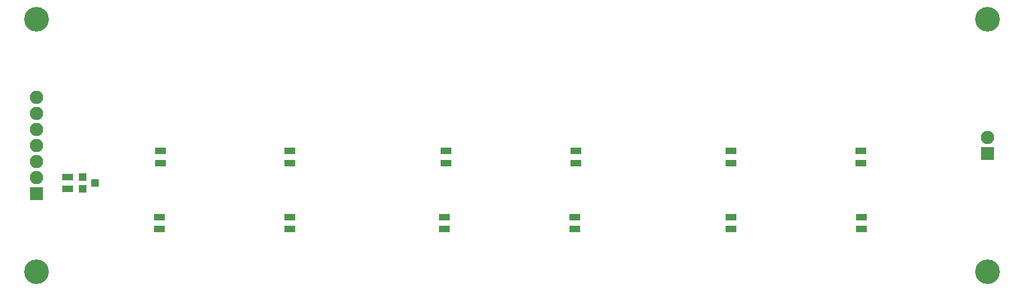
<source format=gbs>
G04 #@! TF.FileFunction,Soldermask,Bot*
%FSLAX46Y46*%
G04 Gerber Fmt 4.6, Leading zero omitted, Abs format (unit mm)*
G04 Created by KiCad (PCBNEW 4.0.7) date 06/23/18 17:49:10*
%MOMM*%
%LPD*%
G01*
G04 APERTURE LIST*
%ADD10C,0.100000*%
%ADD11C,3.900120*%
%ADD12R,1.700000X1.100000*%
%ADD13R,2.100000X2.100000*%
%ADD14O,2.100000X2.100000*%
%ADD15R,1.300000X1.200000*%
G04 APERTURE END LIST*
D10*
D11*
X68755260Y-116918740D03*
X68755260Y-76918820D03*
X218754960Y-76918820D03*
X218754960Y-116918740D03*
D12*
X88265000Y-97790000D03*
X88265000Y-99690000D03*
X108712000Y-97790000D03*
X108712000Y-99690000D03*
X133350000Y-97790000D03*
X133350000Y-99690000D03*
X153797000Y-97790000D03*
X153797000Y-99690000D03*
X178308000Y-97790000D03*
X178308000Y-99690000D03*
X198755000Y-97790000D03*
X198755000Y-99690000D03*
X88138000Y-110170000D03*
X88138000Y-108270000D03*
X108712000Y-110170000D03*
X108712000Y-108270000D03*
X133096000Y-110170000D03*
X133096000Y-108270000D03*
X153670000Y-110170000D03*
X153670000Y-108270000D03*
X178308000Y-110170000D03*
X178308000Y-108270000D03*
X198882000Y-110170000D03*
X198882000Y-108270000D03*
X73660000Y-103820000D03*
X73660000Y-101920000D03*
D13*
X218754000Y-98190000D03*
D14*
X218754000Y-95650000D03*
D15*
X75962000Y-103820000D03*
X75962000Y-101920000D03*
X77962000Y-102870000D03*
D13*
X68754000Y-104540000D03*
D14*
X68754000Y-102000000D03*
X68754000Y-99460000D03*
X68754000Y-96920000D03*
X68754000Y-94380000D03*
X68754000Y-91840000D03*
X68754000Y-89300000D03*
M02*

</source>
